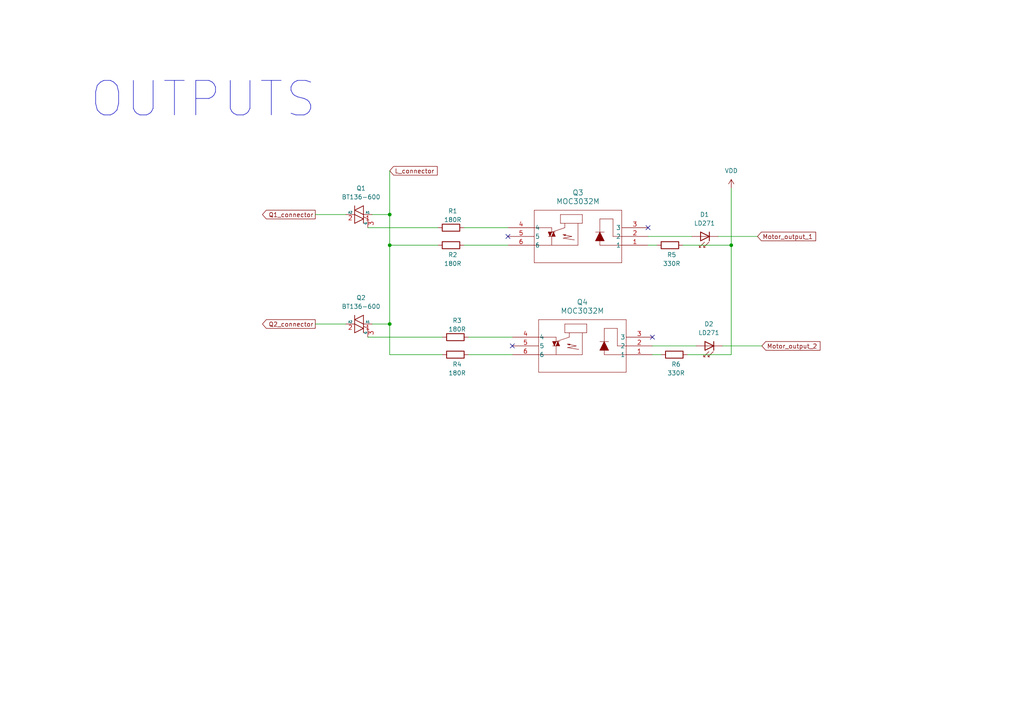
<source format=kicad_sch>
(kicad_sch (version 20231120) (generator "eeschema") (generator_version "8.0")
  (paper "A4")
  (lib_symbols
    (symbol "Device:R" (pin_numbers hide) (pin_names (offset 0))
      (property "Reference" "R" (at 2.032 0 90))
      (property "Value" "R" (at 0 0 90))
      (symbol "R_0_1"
        (rectangle (start -1.016 -2.54) (end 1.016 2.54) (stroke (width 0.254)))
      )
      (symbol "R_1_1"
        (pin passive line (at 0 3.81 270) (length 1.27) (name "~") (number "1"))
        (pin passive line (at 0 -3.81 90) (length 1.27) (name "~") (number "2"))
      )
    )
    (symbol "LED:LD271" (pin_numbers hide) (pin_names (offset 1.016) hide)
      (property "Reference" "D" (at 0.508 1.778 0))
      (property "Value" "LD271" (at -1.016 -2.794 0))
      (symbol "LD271_0_1"
        (polyline (pts (xy -2.54 1.27) (xy -2.54 -1.27)) (stroke (width 0.254)))
        (polyline (pts (xy 0 0) (xy -2.54 0)))
        (polyline (pts (xy 0.381 3.175) (xy -0.127 3.175)))
        (polyline (pts (xy -1.143 1.651) (xy 0.381 3.175) (xy 0.381 2.667)))
        (polyline (pts (xy 0 -1.27) (xy -2.54 0) (xy 0 1.27) (xy 0 -1.27)) (stroke (width 0.254)))
        (polyline (pts (xy -2.413 1.651) (xy -0.889 3.175) (xy -0.889 2.667) (xy -0.889 3.175) (xy -1.397 3.175)))
      )
      (symbol "LD271_1_1"
        (pin passive line (at -5.08 0 0) (length 2.54) (name "K") (number "1"))
        (pin passive line (at 2.54 0 180) (length 2.54) (name "A") (number "2"))
      )
    )
    (symbol "MOC3032M:MOC3032M" (pin_names (offset 0.254))
      (property "Reference" "Q" (at 20.32 10.16 0))
      (property "Value" "MOC3032M" (at 20.32 7.62 0))
      (symbol "MOC3032M_1_1"
        (polyline (pts (xy 7.62 -10.16) (xy 33.02 -10.16)) (stroke (width 0.127)))
        (polyline (pts (xy 7.62 -2.54) (xy 10.16 -2.54)) (stroke (width 0.127)))
        (polyline (pts (xy 7.62 0) (xy 13.97 0)) (stroke (width 0.127)))
        (polyline (pts (xy 7.62 5.08) (xy 7.62 -10.16)) (stroke (width 0.127)))
        (polyline (pts (xy 10.16 -7.62) (xy 13.97 -7.62)) (stroke (width 0.127)))
        (polyline (pts (xy 10.16 -2.54) (xy 10.16 -7.62)) (stroke (width 0.127)))
        (polyline (pts (xy 12.7 -3.81) (xy 15.24 -3.81)) (stroke (width 0.127)))
        (polyline (pts (xy 12.7 -1.27) (xy 15.24 -1.27)) (stroke (width 0.127)))
        (polyline (pts (xy 13.97 -7.62) (xy 13.97 -3.81)) (stroke (width 0.127)))
        (polyline (pts (xy 13.97 -3.81) (xy 12.7 -1.27)) (stroke (width 0.127)))
        (polyline (pts (xy 13.97 0) (xy 13.97 -1.27)) (stroke (width 0.127)))
        (polyline (pts (xy 15.24 -1.27) (xy 13.97 -3.81)) (stroke (width 0.127)))
        (polyline (pts (xy 19.05 -8.89) (xy 25.4 -8.89)) (stroke (width 0.127)))
        (polyline (pts (xy 19.05 -6.35) (xy 19.05 -8.89)) (stroke (width 0.127)))
        (polyline (pts (xy 20.32 -6.35) (xy 20.32 0)) (stroke (width 0.127)))
        (polyline (pts (xy 21.336 -1.524) (xy 24.638 -2.032)) (stroke (width 0.127)))
        (polyline (pts (xy 22.098 -2.54) (xy 24.638 -3.048)) (stroke (width 0.127)))
        (polyline (pts (xy 24.13 -5.08) (xy 24.13 -6.35)) (stroke (width 0.127)))
        (polyline (pts (xy 24.13 -2.794) (xy 23.876 -3.048)) (stroke (width 0.127)))
        (polyline (pts (xy 24.13 -2.794) (xy 24.638 -3.048)) (stroke (width 0.127)))
        (polyline (pts (xy 24.638 -3.048) (xy 23.876 -3.048)) (stroke (width 0.127)))
        (polyline (pts (xy 24.638 -2.032) (xy 22.098 -2.54)) (stroke (width 0.127)))
        (polyline (pts (xy 25.4 -8.89) (xy 25.4 -6.35)) (stroke (width 0.127)))
        (polyline (pts (xy 25.4 -6.35) (xy 19.05 -6.35)) (stroke (width 0.127)))
        (polyline (pts (xy 26.924 -3.81) (xy 28.956 -3.81)) (stroke (width 0.127)))
        (polyline (pts (xy 26.924 -2.54) (xy 27.432 -3.81)) (stroke (width 0.127)))
        (polyline (pts (xy 27.432 -3.81) (xy 27.94 -2.54)) (stroke (width 0.127)))
        (polyline (pts (xy 27.94 -5.08) (xy 27.94 -3.81)) (stroke (width 0.127)))
        (polyline (pts (xy 27.94 -3.81) (xy 24.13 -5.08)) (stroke (width 0.127)))
        (polyline (pts (xy 27.94 -3.81) (xy 28.448 -2.54)) (stroke (width 0.127)))
        (polyline (pts (xy 27.94 -2.54) (xy 27.94 0)) (stroke (width 0.127)))
        (polyline (pts (xy 28.448 -2.54) (xy 28.956 -3.81)) (stroke (width 0.127)))
        (polyline (pts (xy 28.956 -2.54) (xy 26.924 -2.54)) (stroke (width 0.127)))
        (polyline (pts (xy 33.02 -10.16) (xy 33.02 5.08)) (stroke (width 0.127)))
        (polyline (pts (xy 33.02 -5.08) (xy 27.94 -5.08)) (stroke (width 0.127)))
        (polyline (pts (xy 33.02 0) (xy 20.32 0)) (stroke (width 0.127)))
        (polyline (pts (xy 33.02 5.08) (xy 7.62 5.08)) (stroke (width 0.127)))
        (polyline (pts (xy 12.7 -1.27) (xy 15.24 -1.27) (xy 13.97 -3.81)) (fill (type outline)))
        (polyline (pts (xy 24.13 -2.794) (xy 23.876 -3.048) (xy 24.638 -3.048)) (fill (type outline)))
        (polyline (pts (xy 26.924 -2.54) (xy 27.432 -3.81) (xy 27.94 -2.54)) (fill (type outline)))
        (polyline (pts (xy 28.448 -2.54) (xy 27.94 -3.81) (xy 28.956 -3.81)) (fill (type outline)))
        (pin unspecified line (at 0 0 0) (length 7.62) (name "1") (number "1"))
        (pin unspecified line (at 0 -2.54 0) (length 7.62) (name "2") (number "2"))
        (pin unspecified line (at 0 -5.08 0) (length 7.62) (name "3") (number "3"))
        (pin unspecified line (at 40.64 -5.08 180) (length 7.62) (name "4") (number "4"))
        (pin unspecified line (at 40.64 -2.54 180) (length 7.62) (name "5") (number "5"))
        (pin unspecified line (at 40.64 0 180) (length 7.62) (name "6") (number "6"))
      )
    )
    (symbol "Triac_Thyristor:BT136-600" (pin_names (offset 0))
      (property "Reference" "Q" (at 5.08 1.905 0))
      (property "Value" "BT136-600" (at 5.08 0 0))
      (symbol "BT136-600_0_1"
        (polyline (pts (xy -2.54 -1.27) (xy 2.54 -1.27)) (stroke (width 0.2032)))
        (polyline (pts (xy -2.54 1.27) (xy 2.54 1.27)) (stroke (width 0.2032)))
        (polyline (pts (xy -1.27 -2.54) (xy -0.635 -1.27)))
        (polyline (pts (xy -2.54 1.27) (xy -1.27 -1.27) (xy 0 1.27)) (stroke (width 0.2032)))
        (polyline (pts (xy 0 -1.27) (xy 1.27 1.27) (xy 2.54 -1.27)) (stroke (width 0.2032)))
      )
      (symbol "BT136-600_1_1"
        (pin passive line (at 0 -3.81 90) (length 2.54) (name "A1") (number "1"))
        (pin passive line (at 0 3.81 270) (length 2.54) (name "A2") (number "2"))
        (pin input line (at -3.81 -2.54 0) (length 2.54) (name "G") (number "3"))
      )
    )
    (symbol "power:VDD" (power) (pin_numbers hide) (pin_names (offset 0) hide)
      (property "Value" "VDD" (at 0 3.556 0))
      (symbol "VDD_0_1"
        (polyline (pts (xy -0.762 1.27) (xy 0 2.54)))
        (polyline (pts (xy 0 0) (xy 0 2.54)))
        (polyline (pts (xy 0 2.54) (xy 0.762 1.27)))
      )
      (symbol "VDD_1_1"
        (pin power_in line (at 0 0 90) (length 0) (name "~") (number "1"))
      )
    )
  )
  (junction (at 113.03 62.23))
  (junction (at 212.09 71.12))
  (junction (at 113.03 71.12))
  (junction (at 113.03 93.98))
  (no_connect (at 189.23 97.79))
  (no_connect (at 147.32 68.58))
  (no_connect (at 187.96 66.04))
  (no_connect (at 148.59 100.33))
  (wire (pts (xy 187.96 68.58) (xy 200.66 68.58)))
  (wire (pts (xy 91.44 93.98) (xy 100.33 93.98)))
  (wire (pts (xy 187.96 71.12) (xy 190.5 71.12)))
  (wire (pts (xy 106.68 97.79) (xy 128.27 97.79)))
  (wire (pts (xy 91.44 62.23) (xy 100.33 62.23)))
  (wire (pts (xy 113.03 93.98) (xy 113.03 102.87)))
  (wire (pts (xy 106.68 66.04) (xy 127 66.04)))
  (wire (pts (xy 199.39 102.87) (xy 212.09 102.87)))
  (wire (pts (xy 113.03 102.87) (xy 128.27 102.87)))
  (wire (pts (xy 212.09 71.12) (xy 212.09 102.87)))
  (wire (pts (xy 135.89 102.87) (xy 148.59 102.87)))
  (wire (pts (xy 209.55 100.33) (xy 220.98 100.33)))
  (wire (pts (xy 189.23 100.33) (xy 201.93 100.33)))
  (wire (pts (xy 113.03 62.23) (xy 113.03 71.12)))
  (wire (pts (xy 134.62 66.04) (xy 147.32 66.04)))
  (wire (pts (xy 189.23 102.87) (xy 191.77 102.87)))
  (wire (pts (xy 198.12 71.12) (xy 212.09 71.12)))
  (wire (pts (xy 113.03 71.12) (xy 113.03 93.98)))
  (wire (pts (xy 212.09 54.61) (xy 212.09 71.12)))
  (wire (pts (xy 113.03 49.53) (xy 113.03 62.23)))
  (wire (pts (xy 135.89 97.79) (xy 148.59 97.79)))
  (wire (pts (xy 107.95 62.23) (xy 113.03 62.23)))
  (wire (pts (xy 208.28 68.58) (xy 219.71 68.58)))
  (wire (pts (xy 113.03 71.12) (xy 127 71.12)))
  (wire (pts (xy 134.62 71.12) (xy 147.32 71.12)))
  (wire (pts (xy 113.03 93.98) (xy 107.95 93.98)))
  (text "OUTPUTS" (at 58.928 28.956 0) (effects (font (size 10 10))))
  (global_label "Q2_connector" (shape output) (at 91.44 93.98 180) (property "Intersheetrefs" "${INTERSHEET_REFS}" (effects (hide yes))))
  (global_label "Motor_output_2" (shape input) (at 220.98 100.33 0) (property "Intersheetrefs" "${INTERSHEET_REFS}" (effects (hide yes))))
  (global_label "Motor_output_1" (shape input) (at 219.71 68.58 0) (property "Intersheetrefs" "${INTERSHEET_REFS}" (effects (hide yes))))
  (global_label "Q1_connector" (shape output) (at 91.44 62.23 180) (property "Intersheetrefs" "${INTERSHEET_REFS}" (effects (hide yes))))
  (global_label "L_connector" (shape input) (at 113.03 49.53 0) (property "Intersheetrefs" "${INTERSHEET_REFS}" (effects (hide yes))))
  (symbol (lib_id "Triac_Thyristor:BT136-600") (at 104.14 62.23 90) (unit 1)
    (property "Reference" "Q1" (at 104.7242 54.61 90))
    (property "Value" "BT136-600" (at 104.7242 57.15 90))
    (property "Footprint" "Package_TO_SOT_THT:TO-220-3_Vertical" (effects (hide yes)))
    (property "Datasheet" "http://www.micropik.com/PDF/BT136-600.pdf" (effects (hide yes)))
    (property "Description" "4A RMS, 500V Off-State Voltage, Triac, TO-220" (effects (hide yes)))
  )
  (symbol (lib_id "Device:R") (at 194.31 71.12 270) (unit 1)
    (property "Reference" "R5" (at 194.818 73.914 90))
    (property "Value" "330R" (at 194.818 76.454 90))
    (property "Footprint" "Resistor_SMD:R_0603_1608Metric_Pad0.98x0.95mm_HandSolder" (effects (hide yes)))
    (property "Description" "Resistor" (effects (hide yes)))
  )
  (symbol (lib_id "Device:R") (at 130.81 71.12 270) (unit 1)
    (property "Reference" "R2" (at 131.318 73.914 90))
    (property "Value" "180R" (at 131.318 76.454 90))
    (property "Footprint" "Resistor_SMD:R_0603_1608Metric_Pad0.98x0.95mm_HandSolder" (effects (hide yes)))
    (property "Description" "Resistor" (effects (hide yes)))
  )
  (symbol (lib_id "MOC3032M:MOC3032M") (at 187.96 71.12 180) (unit 1)
    (property "Reference" "Q3" (at 167.64 55.88 0) (effects (font (size 1.524 1.524))))
    (property "Value" "MOC3032M" (at 167.64 58.42 0) (effects (font (size 1.524 1.524))))
    (property "Footprint" "Package_DIP:DIP-6_W7.62mm" (effects (hide yes)))
    (property "Datasheet" "MOC3032M" (effects (hide yes)))
  )
  (symbol (lib_id "Triac_Thyristor:BT136-600") (at 104.14 93.98 90) (unit 1)
    (property "Reference" "Q2" (at 104.7242 86.36 90))
    (property "Value" "BT136-600" (at 104.7242 88.9 90))
    (property "Footprint" "Package_TO_SOT_THT:TO-220-3_Vertical" (effects (hide yes)))
    (property "Datasheet" "http://www.micropik.com/PDF/BT136-600.pdf" (effects (hide yes)))
    (property "Description" "4A RMS, 500V Off-State Voltage, Triac, TO-220" (effects (hide yes)))
  )
  (symbol (lib_id "Device:R") (at 195.58 102.87 270) (unit 1)
    (property "Reference" "R6" (at 196.088 105.664 90))
    (property "Value" "330R" (at 196.088 108.204 90))
    (property "Footprint" "Resistor_SMD:R_0603_1608Metric_Pad0.98x0.95mm_HandSolder" (effects (hide yes)))
    (property "Description" "Resistor" (effects (hide yes)))
  )
  (symbol (lib_id "Device:R") (at 130.81 66.04 270) (unit 1)
    (property "Reference" "R1" (at 131.318 61.214 90))
    (property "Value" "180R" (at 131.318 63.754 90))
    (property "Footprint" "Resistor_SMD:R_0603_1608Metric_Pad0.98x0.95mm_HandSolder" (effects (hide yes)))
    (property "Description" "Resistor" (effects (hide yes)))
  )
  (symbol (lib_id "LED:LD271") (at 203.2 68.58 180) (unit 1)
    (property "Reference" "D1" (at 204.343 62.23 0))
    (property "Value" "LD271" (at 204.343 64.77 0))
    (property "Footprint" "LED_THT:LED_D5.0mm_IRGrey" (effects (hide yes)))
    (property "Datasheet" "http://www.alliedelec.com/m/d/40788c34903a719969df15f1fbea1056.pdf" (effects (hide yes)))
    (property "Description" "940nm IR-LED, 5mm" (effects (hide yes)))
  )
  (symbol (lib_id "MOC3032M:MOC3032M") (at 189.23 102.87 180) (unit 1)
    (property "Reference" "Q4" (at 168.91 87.63 0) (effects (font (size 1.524 1.524))))
    (property "Value" "MOC3032M" (at 168.91 90.17 0) (effects (font (size 1.524 1.524))))
    (property "Footprint" "Package_DIP:DIP-6_W7.62mm" (effects (hide yes)))
    (property "Datasheet" "MOC3032M" (effects (hide yes)))
  )
  (symbol (lib_id "Device:R") (at 132.08 97.79 270) (unit 1)
    (property "Reference" "R3" (at 132.588 92.964 90))
    (property "Value" "180R" (at 132.588 95.504 90))
    (property "Footprint" "Resistor_SMD:R_0603_1608Metric_Pad0.98x0.95mm_HandSolder" (effects (hide yes)))
    (property "Description" "Resistor" (effects (hide yes)))
  )
  (symbol (lib_id "power:VDD") (at 212.09 54.61 0) (unit 1)
    (property "Reference" "#PWR013" (effects (hide yes)))
    (property "Value" "VDD" (at 212.09 49.53 0))
    (property "Description" "Power symbol creates a global label with name \"VDD\"" (effects (hide yes)))
  )
  (symbol (lib_id "LED:LD271") (at 204.47 100.33 180) (unit 1)
    (property "Reference" "D2" (at 205.613 93.98 0))
    (property "Value" "LD271" (at 205.613 96.52 0))
    (property "Footprint" "LED_THT:LED_D5.0mm_IRGrey" (effects (hide yes)))
    (property "Datasheet" "http://www.alliedelec.com/m/d/40788c34903a719969df15f1fbea1056.pdf" (effects (hide yes)))
    (property "Description" "940nm IR-LED, 5mm" (effects (hide yes)))
  )
  (symbol (lib_id "Device:R") (at 132.08 102.87 270) (unit 1)
    (property "Reference" "R4" (at 132.588 105.664 90))
    (property "Value" "180R" (at 132.588 108.204 90))
    (property "Footprint" "Resistor_SMD:R_0603_1608Metric_Pad0.98x0.95mm_HandSolder" (effects (hide yes)))
    (property "Description" "Resistor" (effects (hide yes)))
  )
)
</source>
